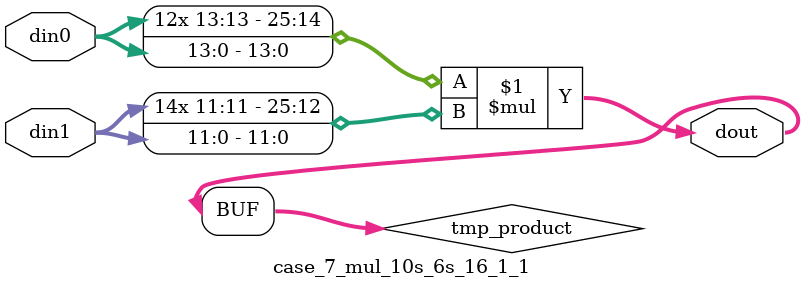
<source format=v>

`timescale 1 ns / 1 ps

 module case_7_mul_10s_6s_16_1_1(din0, din1, dout);
parameter ID = 1;
parameter NUM_STAGE = 0;
parameter din0_WIDTH = 14;
parameter din1_WIDTH = 12;
parameter dout_WIDTH = 26;

input [din0_WIDTH - 1 : 0] din0; 
input [din1_WIDTH - 1 : 0] din1; 
output [dout_WIDTH - 1 : 0] dout;

wire signed [dout_WIDTH - 1 : 0] tmp_product;



























assign tmp_product = $signed(din0) * $signed(din1);








assign dout = tmp_product;





















endmodule

</source>
